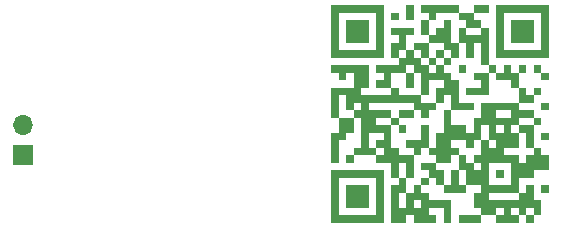
<source format=gbr>
%TF.GenerationSoftware,KiCad,Pcbnew,8.0.1*%
%TF.CreationDate,2024-04-22T11:34:39+02:00*%
%TF.ProjectId,wuerfel,77756572-6665-46c2-9e6b-696361645f70,rev?*%
%TF.SameCoordinates,Original*%
%TF.FileFunction,Soldermask,Bot*%
%TF.FilePolarity,Negative*%
%FSLAX46Y46*%
G04 Gerber Fmt 4.6, Leading zero omitted, Abs format (unit mm)*
G04 Created by KiCad (PCBNEW 8.0.1) date 2024-04-22 11:34:39*
%MOMM*%
%LPD*%
G01*
G04 APERTURE LIST*
%ADD10C,0.000000*%
%ADD11R,1.700000X1.700000*%
%ADD12O,1.700000X1.700000*%
G04 APERTURE END LIST*
D10*
G36*
X232430000Y-53475001D02*
G01*
X231794999Y-53475001D01*
X231160000Y-53475001D01*
X231160000Y-52840001D01*
X231794999Y-52840001D01*
X232430000Y-52840001D01*
X232430000Y-53475001D01*
G37*
G36*
X229890000Y-53475001D02*
G01*
X229254999Y-53475001D01*
X228619999Y-53475001D01*
X227984999Y-53475001D01*
X227984999Y-54110001D01*
X227349999Y-54110001D01*
X227349999Y-53475001D01*
X226714999Y-53475001D01*
X226714999Y-52840001D01*
X227349999Y-52840001D01*
X227984999Y-52840001D01*
X228619999Y-52840001D01*
X229254999Y-52840001D01*
X229890000Y-52840001D01*
X229890000Y-53475001D01*
G37*
G36*
X226079999Y-53475001D02*
G01*
X226079999Y-54110001D01*
X225445000Y-54110001D01*
X225445000Y-53475001D01*
X225445000Y-52840001D01*
X226079999Y-52840001D01*
X226079999Y-53475001D01*
G37*
G36*
X224810000Y-54110001D02*
G01*
X224175000Y-54110001D01*
X224175000Y-53475001D01*
X224810000Y-53475001D01*
X224810000Y-54110001D01*
G37*
G36*
X231160000Y-54110001D02*
G01*
X231794999Y-54110001D01*
X231794999Y-54745001D01*
X231160000Y-54745001D01*
X230524999Y-54745001D01*
X230524999Y-54110001D01*
X229890000Y-54110001D01*
X229890000Y-53475001D01*
X230524999Y-53475001D01*
X231160000Y-53475001D01*
X231160000Y-54110001D01*
G37*
G36*
X227349999Y-54745001D02*
G01*
X227349999Y-55380001D01*
X226714999Y-55380001D01*
X226714999Y-54745001D01*
X226714999Y-54110001D01*
X227349999Y-54110001D01*
X227349999Y-54745001D01*
G37*
G36*
X237509999Y-53475001D02*
G01*
X237509999Y-54110001D01*
X237509999Y-54745001D01*
X237509999Y-55380001D01*
X237509999Y-56015001D01*
X237509999Y-56650001D01*
X237509999Y-57285001D01*
X236874999Y-57285001D01*
X236239999Y-57285001D01*
X235604999Y-57285001D01*
X234969999Y-57285001D01*
X234334999Y-57285001D01*
X233699999Y-57285001D01*
X233064999Y-57285001D01*
X233064999Y-56650001D01*
X233064999Y-56015001D01*
X233064999Y-55380001D01*
X233064999Y-54745001D01*
X233064999Y-54110001D01*
X233064999Y-53475001D01*
X233699999Y-53475001D01*
X233699999Y-54110001D01*
X233699999Y-54745001D01*
X233699999Y-55380001D01*
X233699999Y-56015001D01*
X233699999Y-56650001D01*
X234334999Y-56650001D01*
X234969999Y-56650001D01*
X235604999Y-56650001D01*
X236239999Y-56650001D01*
X236874999Y-56650001D01*
X236874999Y-56015001D01*
X236874999Y-55380001D01*
X236874999Y-54745001D01*
X236874999Y-54110001D01*
X236874999Y-53475001D01*
X236239999Y-53475001D01*
X235604999Y-53475001D01*
X234969999Y-53475001D01*
X234334999Y-53475001D01*
X233699999Y-53475001D01*
X233064999Y-53475001D01*
X233064999Y-52840001D01*
X233699999Y-52840001D01*
X234334999Y-52840001D01*
X234969999Y-52840001D01*
X235604999Y-52840001D01*
X236239999Y-52840001D01*
X236874999Y-52840001D01*
X237509999Y-52840001D01*
X237509999Y-53475001D01*
G37*
G36*
X236239999Y-54745001D02*
G01*
X236239999Y-55380001D01*
X236239999Y-56015001D01*
X235604999Y-56015001D01*
X234969999Y-56015001D01*
X234334999Y-56015001D01*
X234334999Y-55380001D01*
X234334999Y-54745001D01*
X234334999Y-54110001D01*
X234969999Y-54110001D01*
X235604999Y-54110001D01*
X236239999Y-54110001D01*
X236239999Y-54745001D01*
G37*
G36*
X228619999Y-57285001D02*
G01*
X227984999Y-57285001D01*
X227984999Y-56650001D01*
X228619999Y-56650001D01*
X228619999Y-57285001D01*
G37*
G36*
X227349999Y-56650001D02*
G01*
X227349999Y-57285001D01*
X226714999Y-57285001D01*
X226714999Y-56650001D01*
X226079999Y-56650001D01*
X226079999Y-56015001D01*
X226714999Y-56015001D01*
X227349999Y-56015001D01*
X227349999Y-56650001D01*
G37*
G36*
X226079999Y-55380001D02*
G01*
X225445000Y-55380001D01*
X225445000Y-56015001D01*
X225445000Y-56650001D01*
X224810000Y-56650001D01*
X224810000Y-57285001D01*
X224175000Y-57285001D01*
X224175000Y-56650001D01*
X224175000Y-56015001D01*
X224810000Y-56015001D01*
X224810000Y-55380001D01*
X224175000Y-55380001D01*
X224175000Y-54745001D01*
X224810000Y-54745001D01*
X225445000Y-54745001D01*
X226079999Y-54745001D01*
X226079999Y-55380001D01*
G37*
G36*
X223540000Y-53475001D02*
G01*
X223540000Y-54110001D01*
X223540000Y-54745001D01*
X223540000Y-55380001D01*
X223540000Y-56015001D01*
X223540000Y-56650001D01*
X223540000Y-57285001D01*
X222905000Y-57285001D01*
X222270000Y-57285001D01*
X221635000Y-57285001D01*
X221000000Y-57285001D01*
X220365000Y-57285001D01*
X219730000Y-57285001D01*
X219095000Y-57285001D01*
X219095000Y-56650001D01*
X219095000Y-56015001D01*
X219095000Y-55380001D01*
X219095000Y-54745001D01*
X219095000Y-54110001D01*
X219095000Y-53475001D01*
X219730000Y-53475001D01*
X219730000Y-54110001D01*
X219730000Y-54745001D01*
X219730000Y-55380001D01*
X219730000Y-56015001D01*
X219730000Y-56650001D01*
X220365000Y-56650001D01*
X221000000Y-56650001D01*
X221635000Y-56650001D01*
X222270000Y-56650001D01*
X222905000Y-56650001D01*
X222905000Y-56015001D01*
X222905000Y-55380001D01*
X222905000Y-54745001D01*
X222905000Y-54110001D01*
X222905000Y-53475001D01*
X222270000Y-53475001D01*
X221635000Y-53475001D01*
X221000000Y-53475001D01*
X220365000Y-53475001D01*
X219730000Y-53475001D01*
X219095000Y-53475001D01*
X219095000Y-52840001D01*
X219730000Y-52840001D01*
X220365000Y-52840001D01*
X221000000Y-52840001D01*
X221635000Y-52840001D01*
X222270000Y-52840001D01*
X222905000Y-52840001D01*
X223540000Y-52840001D01*
X223540000Y-53475001D01*
G37*
G36*
X222270000Y-54745001D02*
G01*
X222270000Y-55380001D01*
X222270000Y-56015001D01*
X221635000Y-56015001D01*
X221000000Y-56015001D01*
X220365000Y-56015001D01*
X220365000Y-55380001D01*
X220365000Y-54745001D01*
X220365000Y-54110001D01*
X221000000Y-54110001D01*
X221635000Y-54110001D01*
X222270000Y-54110001D01*
X222270000Y-54745001D01*
G37*
G36*
X229254999Y-54745001D02*
G01*
X229254999Y-55380001D01*
X229254999Y-56015001D01*
X229890000Y-56015001D01*
X229890000Y-55380001D01*
X229890000Y-54745001D01*
X230524999Y-54745001D01*
X230524999Y-55380001D01*
X231794999Y-55380001D01*
X231794999Y-54745001D01*
X232430000Y-54745001D01*
X232430000Y-55380001D01*
X232430000Y-56015001D01*
X232430000Y-56650001D01*
X232430000Y-57285001D01*
X232430000Y-57920001D01*
X231794999Y-57920001D01*
X231794999Y-57285001D01*
X231794999Y-56650001D01*
X231794999Y-56015001D01*
X231160000Y-56015001D01*
X231160000Y-56650001D01*
X231160000Y-57285001D01*
X230524999Y-57285001D01*
X230524999Y-56650001D01*
X230524999Y-56015001D01*
X229890000Y-56015001D01*
X229890000Y-56650001D01*
X229890000Y-57285001D01*
X229254999Y-57285001D01*
X229254999Y-56650001D01*
X228619999Y-56650001D01*
X228619999Y-56015001D01*
X227984999Y-56015001D01*
X227349999Y-56015001D01*
X227349999Y-55380001D01*
X227984999Y-55380001D01*
X227984999Y-54745001D01*
X228619999Y-54745001D01*
X228619999Y-54110001D01*
X229254999Y-54110001D01*
X229254999Y-54745001D01*
G37*
G36*
X229254999Y-57920001D02*
G01*
X228619999Y-57920001D01*
X228619999Y-57285001D01*
X229254999Y-57285001D01*
X229254999Y-57920001D01*
G37*
G36*
X227984999Y-57920001D02*
G01*
X227349999Y-57920001D01*
X227349999Y-57285001D01*
X227984999Y-57285001D01*
X227984999Y-57920001D01*
G37*
G36*
X236874999Y-58555001D02*
G01*
X236239999Y-58555001D01*
X236239999Y-57920001D01*
X236874999Y-57920001D01*
X236874999Y-58555001D01*
G37*
G36*
X235604999Y-58555001D02*
G01*
X234969999Y-58555001D01*
X234969999Y-57920001D01*
X235604999Y-57920001D01*
X235604999Y-58555001D01*
G37*
G36*
X233064999Y-58555001D02*
G01*
X232430000Y-58555001D01*
X232430000Y-57920001D01*
X233064999Y-57920001D01*
X233064999Y-58555001D01*
G37*
G36*
X230524999Y-58555001D02*
G01*
X229890000Y-58555001D01*
X229890000Y-57920001D01*
X230524999Y-57920001D01*
X230524999Y-58555001D01*
G37*
G36*
X237509999Y-59190001D02*
G01*
X236874999Y-59190001D01*
X236874999Y-58555001D01*
X237509999Y-58555001D01*
X237509999Y-59190001D01*
G37*
G36*
X234334999Y-58555001D02*
G01*
X234969999Y-58555001D01*
X234969999Y-59190001D01*
X234969999Y-59825000D01*
X234334999Y-59825000D01*
X234334999Y-59190001D01*
X233699999Y-59190001D01*
X233064999Y-59190001D01*
X233064999Y-58555001D01*
X233699999Y-58555001D01*
X233699999Y-57920001D01*
X234334999Y-57920001D01*
X234334999Y-58555001D01*
G37*
G36*
X226079999Y-59190001D02*
G01*
X226079999Y-59825000D01*
X225445000Y-59825000D01*
X225445000Y-59190001D01*
X225445000Y-58555001D01*
X226079999Y-58555001D01*
X226079999Y-59190001D01*
G37*
G36*
X236874999Y-60460000D02*
G01*
X236239999Y-60460000D01*
X236239999Y-59825000D01*
X236874999Y-59825000D01*
X236874999Y-60460000D01*
G37*
G36*
X232430000Y-59190001D02*
G01*
X232430000Y-59825000D01*
X232430000Y-60460000D01*
X231794999Y-60460000D01*
X231160000Y-60460000D01*
X230524999Y-60460000D01*
X230524999Y-59825000D01*
X231160000Y-59825000D01*
X231794999Y-59825000D01*
X231794999Y-59190001D01*
X231160000Y-59190001D01*
X231160000Y-58555001D01*
X231794999Y-58555001D01*
X232430000Y-58555001D01*
X232430000Y-59190001D01*
G37*
G36*
X235604999Y-60460000D02*
G01*
X236239999Y-60460000D01*
X236239999Y-61095000D01*
X235604999Y-61095000D01*
X234969999Y-61095000D01*
X234969999Y-60460000D01*
X234969999Y-59825000D01*
X235604999Y-59825000D01*
X235604999Y-60460000D01*
G37*
G36*
X237509999Y-61730000D02*
G01*
X236874999Y-61730000D01*
X236874999Y-61095000D01*
X237509999Y-61095000D01*
X237509999Y-61730000D01*
G37*
G36*
X226079999Y-57285001D02*
G01*
X226714999Y-57285001D01*
X226714999Y-57920001D01*
X227349999Y-57920001D01*
X227349999Y-58555001D01*
X227984999Y-58555001D01*
X227984999Y-57920001D01*
X228619999Y-57920001D01*
X228619999Y-58555001D01*
X229254999Y-58555001D01*
X229254999Y-59190001D01*
X229890000Y-59190001D01*
X229890000Y-59825000D01*
X229890000Y-60460000D01*
X229890000Y-61095000D01*
X230524999Y-61095000D01*
X231160000Y-61095000D01*
X231160000Y-61730000D01*
X230524999Y-61730000D01*
X229890000Y-61730000D01*
X229254999Y-61730000D01*
X229254999Y-61095000D01*
X229254999Y-60460000D01*
X228619999Y-60460000D01*
X228619999Y-61095000D01*
X227984999Y-61095000D01*
X227984999Y-60460000D01*
X227984999Y-59825000D01*
X228619999Y-59825000D01*
X228619999Y-59190001D01*
X227984999Y-59190001D01*
X227349999Y-59190001D01*
X227349999Y-59825000D01*
X227349999Y-60460000D01*
X226714999Y-60460000D01*
X226714999Y-59825000D01*
X226714999Y-59190001D01*
X226714999Y-58555001D01*
X226079999Y-58555001D01*
X226079999Y-57920001D01*
X225445000Y-57920001D01*
X225445000Y-58555001D01*
X224810000Y-58555001D01*
X224175000Y-58555001D01*
X224175000Y-59190001D01*
X224175000Y-59825000D01*
X223540000Y-59825000D01*
X222905000Y-59825000D01*
X222905000Y-59190001D01*
X223540000Y-59190001D01*
X223540000Y-58555001D01*
X222905000Y-58555001D01*
X222905000Y-57920001D01*
X223540000Y-57920001D01*
X224175000Y-57920001D01*
X224810000Y-57920001D01*
X224810000Y-57285001D01*
X225445000Y-57285001D01*
X225445000Y-56650001D01*
X226079999Y-56650001D01*
X226079999Y-57285001D01*
G37*
G36*
X226079999Y-62365000D02*
G01*
X225445000Y-62365000D01*
X224810000Y-62365000D01*
X224810000Y-61730000D01*
X225445000Y-61730000D01*
X226079999Y-61730000D01*
X226079999Y-62365000D01*
G37*
G36*
X236874999Y-63000000D02*
G01*
X236239999Y-63000000D01*
X236239999Y-62365000D01*
X236874999Y-62365000D01*
X236874999Y-63000000D01*
G37*
G36*
X224810000Y-63000000D02*
G01*
X224175000Y-63000000D01*
X224175000Y-62365000D01*
X224810000Y-62365000D01*
X224810000Y-63000000D01*
G37*
G36*
X225445000Y-63635001D02*
G01*
X224810000Y-63635001D01*
X224810000Y-63000000D01*
X225445000Y-63000000D01*
X225445000Y-63635001D01*
G37*
G36*
X237509999Y-64270000D02*
G01*
X236874999Y-64270000D01*
X236874999Y-63635001D01*
X237509999Y-63635001D01*
X237509999Y-64270000D01*
G37*
G36*
X227349999Y-63635001D02*
G01*
X227349999Y-64270000D01*
X227349999Y-64905001D01*
X226714999Y-64905001D01*
X226714999Y-65540000D01*
X226079999Y-65540000D01*
X226079999Y-64905001D01*
X225445000Y-64905001D01*
X225445000Y-64270000D01*
X226079999Y-64270000D01*
X226714999Y-64270000D01*
X226714999Y-63635001D01*
X226714999Y-63000000D01*
X227349999Y-63000000D01*
X227349999Y-63635001D01*
G37*
G36*
X221000000Y-66175001D02*
G01*
X220365000Y-66175001D01*
X220365000Y-65540000D01*
X221000000Y-65540000D01*
X221000000Y-66175001D01*
G37*
G36*
X221000000Y-63000000D02*
G01*
X221000000Y-63635001D01*
X220365000Y-63635001D01*
X220365000Y-64270000D01*
X219730000Y-64270000D01*
X219730000Y-64905001D01*
X219730000Y-65540000D01*
X219730000Y-66175001D01*
X219095000Y-66175001D01*
X219095000Y-65540000D01*
X219095000Y-64905001D01*
X219095000Y-64270000D01*
X219095000Y-63635001D01*
X219730000Y-63635001D01*
X219730000Y-63000000D01*
X219730000Y-62365000D01*
X220365000Y-62365000D01*
X221000000Y-62365000D01*
X221000000Y-63000000D01*
G37*
G36*
X222270000Y-58555001D02*
G01*
X222270000Y-59190001D01*
X222270000Y-59825000D01*
X221635000Y-59825000D01*
X221635000Y-60460000D01*
X222270000Y-60460000D01*
X222905000Y-60460000D01*
X223540000Y-60460000D01*
X224175000Y-60460000D01*
X224175000Y-59825000D01*
X224810000Y-59825000D01*
X224810000Y-60460000D01*
X225445000Y-60460000D01*
X226079999Y-60460000D01*
X226714999Y-60460000D01*
X226714999Y-61095000D01*
X227349999Y-61095000D01*
X227984999Y-61095000D01*
X227984999Y-61730000D01*
X227349999Y-61730000D01*
X227349999Y-62365000D01*
X226714999Y-62365000D01*
X226714999Y-61730000D01*
X226079999Y-61730000D01*
X226079999Y-61095000D01*
X225445000Y-61095000D01*
X224810000Y-61095000D01*
X224175000Y-61095000D01*
X223540000Y-61095000D01*
X222905000Y-61095000D01*
X222270000Y-61095000D01*
X222270000Y-61730000D01*
X222905000Y-61730000D01*
X223540000Y-61730000D01*
X224175000Y-61730000D01*
X224175000Y-62365000D01*
X223540000Y-62365000D01*
X222905000Y-62365000D01*
X222905000Y-63000000D01*
X223540000Y-63000000D01*
X224175000Y-63000000D01*
X224175000Y-63635001D01*
X224175000Y-64270000D01*
X224175000Y-64905001D01*
X224810000Y-64905001D01*
X224810000Y-65540000D01*
X225445000Y-65540000D01*
X226079999Y-65540000D01*
X226079999Y-66175001D01*
X226079999Y-66810000D01*
X226079999Y-67445000D01*
X225445000Y-67445000D01*
X225445000Y-66810000D01*
X225445000Y-66175001D01*
X224810000Y-66175001D01*
X224810000Y-66810000D01*
X224810000Y-67445000D01*
X224175000Y-67445000D01*
X224175000Y-66810000D01*
X224175000Y-66175001D01*
X223540000Y-66175001D01*
X222905000Y-66175001D01*
X222905000Y-65540000D01*
X222270000Y-65540000D01*
X221635000Y-65540000D01*
X221000000Y-65540000D01*
X221000000Y-64905001D01*
X221635000Y-64905001D01*
X221635000Y-64270000D01*
X221635000Y-63635001D01*
X222270000Y-63635001D01*
X222270000Y-64270000D01*
X222270000Y-64905001D01*
X222905000Y-64905001D01*
X222905000Y-65540000D01*
X223540000Y-65540000D01*
X223540000Y-64905001D01*
X222905000Y-64905001D01*
X222905000Y-64270000D01*
X223540000Y-64270000D01*
X223540000Y-63635001D01*
X222905000Y-63635001D01*
X222270000Y-63635001D01*
X221635000Y-63635001D01*
X221635000Y-63000000D01*
X221635000Y-62365000D01*
X221000000Y-62365000D01*
X221000000Y-61730000D01*
X220365000Y-61730000D01*
X220365000Y-61095000D01*
X221000000Y-61095000D01*
X221000000Y-61730000D01*
X221635000Y-61730000D01*
X221635000Y-61095000D01*
X221000000Y-61095000D01*
X220365000Y-61095000D01*
X220365000Y-60460000D01*
X219730000Y-60460000D01*
X219730000Y-61095000D01*
X219730000Y-61730000D01*
X219730000Y-62365000D01*
X219095000Y-62365000D01*
X219095000Y-61730000D01*
X219095000Y-61095000D01*
X219095000Y-60460000D01*
X219095000Y-59825000D01*
X219730000Y-59825000D01*
X220365000Y-59825000D01*
X221000000Y-59825000D01*
X221000000Y-59190001D01*
X221000000Y-58555001D01*
X220365000Y-58555001D01*
X220365000Y-59190001D01*
X219730000Y-59190001D01*
X219730000Y-58555001D01*
X219095000Y-58555001D01*
X219095000Y-57920001D01*
X219730000Y-57920001D01*
X220365000Y-57920001D01*
X221000000Y-57920001D01*
X221635000Y-57920001D01*
X222270000Y-57920001D01*
X222270000Y-58555001D01*
G37*
G36*
X227984999Y-66810000D02*
G01*
X228619999Y-66810000D01*
X228619999Y-67445000D01*
X228619999Y-68080000D01*
X227984999Y-68080000D01*
X227984999Y-67445000D01*
X227349999Y-67445000D01*
X227349999Y-66810000D01*
X226714999Y-66810000D01*
X226714999Y-66175001D01*
X227349999Y-66175001D01*
X227984999Y-66175001D01*
X227984999Y-66810000D01*
G37*
G36*
X227349999Y-68080000D02*
G01*
X226714999Y-68080000D01*
X226714999Y-67445000D01*
X227349999Y-67445000D01*
X227349999Y-68080000D01*
G37*
G36*
X237509999Y-68715000D02*
G01*
X236874999Y-68715000D01*
X236874999Y-68080000D01*
X237509999Y-68080000D01*
X237509999Y-68715000D01*
G37*
G36*
X236239999Y-71255000D02*
G01*
X235604999Y-71255000D01*
X235604999Y-70620000D01*
X236239999Y-70620000D01*
X236239999Y-71255000D01*
G37*
G36*
X234969999Y-61730000D02*
G01*
X235604999Y-61730000D01*
X236239999Y-61730000D01*
X236239999Y-62365000D01*
X235604999Y-62365000D01*
X234969999Y-62365000D01*
X234969999Y-63000000D01*
X234334999Y-63000000D01*
X234334999Y-63635001D01*
X234969999Y-63635001D01*
X234969999Y-63000000D01*
X235604999Y-63000000D01*
X236239999Y-63000000D01*
X236239999Y-63635001D01*
X236239999Y-64270000D01*
X236239999Y-64905001D01*
X235604999Y-64905001D01*
X235604999Y-64270000D01*
X235604999Y-63635001D01*
X234969999Y-63635001D01*
X234969999Y-64270000D01*
X234969999Y-64905001D01*
X234334999Y-64905001D01*
X233699999Y-64905001D01*
X233699999Y-65540000D01*
X234334999Y-65540000D01*
X234969999Y-65540000D01*
X234969999Y-66175001D01*
X235604999Y-66175001D01*
X235604999Y-65540000D01*
X236239999Y-65540000D01*
X236239999Y-64905001D01*
X236874999Y-64905001D01*
X236874999Y-65540000D01*
X237509999Y-65540000D01*
X237509999Y-66175001D01*
X237509999Y-66810000D01*
X236874999Y-66810000D01*
X236239999Y-66810000D01*
X236239999Y-67445000D01*
X235604999Y-67445000D01*
X234969999Y-67445000D01*
X234969999Y-68080000D01*
X234969999Y-68715000D01*
X235604999Y-68715000D01*
X235604999Y-68080000D01*
X236239999Y-68080000D01*
X236239999Y-68715000D01*
X236239999Y-69350000D01*
X236874999Y-69350000D01*
X236874999Y-69985000D01*
X236874999Y-70620000D01*
X236239999Y-70620000D01*
X236239999Y-69985000D01*
X235604999Y-69985000D01*
X235604999Y-70620000D01*
X234969999Y-70620000D01*
X234969999Y-71255000D01*
X234334999Y-71255000D01*
X233699999Y-71255000D01*
X233064999Y-71255000D01*
X233064999Y-70620000D01*
X232430000Y-70620000D01*
X231794999Y-70620000D01*
X231794999Y-69985000D01*
X233064999Y-69985000D01*
X233064999Y-70620000D01*
X233699999Y-70620000D01*
X233699999Y-69985000D01*
X234334999Y-69985000D01*
X234334999Y-70620000D01*
X234969999Y-70620000D01*
X234969999Y-69985000D01*
X234334999Y-69985000D01*
X233699999Y-69985000D01*
X233064999Y-69985000D01*
X231794999Y-69985000D01*
X231160000Y-69985000D01*
X231160000Y-69350000D01*
X231160000Y-68715000D01*
X231794999Y-68715000D01*
X232430000Y-68715000D01*
X232430000Y-69350000D01*
X233064999Y-69350000D01*
X233699999Y-69350000D01*
X234334999Y-69350000D01*
X234969999Y-69350000D01*
X234969999Y-68715000D01*
X234334999Y-68715000D01*
X233699999Y-68715000D01*
X233064999Y-68715000D01*
X232430000Y-68715000D01*
X231794999Y-68715000D01*
X231794999Y-68080000D01*
X231160000Y-68080000D01*
X230524999Y-68080000D01*
X230524999Y-68715000D01*
X229890000Y-68715000D01*
X229254999Y-68715000D01*
X228619999Y-68715000D01*
X228619999Y-68080000D01*
X229254999Y-68080000D01*
X229254999Y-67445000D01*
X229254999Y-66810000D01*
X229890000Y-66810000D01*
X229890000Y-67445000D01*
X229890000Y-68080000D01*
X230524999Y-68080000D01*
X230524999Y-67445000D01*
X230524999Y-66810000D01*
X229890000Y-66810000D01*
X229890000Y-66175001D01*
X229890000Y-65540000D01*
X230524999Y-65540000D01*
X230524999Y-66175001D01*
X231160000Y-66175001D01*
X231160000Y-66810000D01*
X231794999Y-66810000D01*
X231794999Y-66175001D01*
X232430000Y-66175001D01*
X232430000Y-66810000D01*
X232430000Y-67445000D01*
X232430000Y-68080000D01*
X233064999Y-68080000D01*
X233699999Y-68080000D01*
X234334999Y-68080000D01*
X234334999Y-67445000D01*
X234334999Y-66810000D01*
X234334999Y-66175001D01*
X233699999Y-66175001D01*
X233064999Y-66175001D01*
X232430000Y-66175001D01*
X231794999Y-66175001D01*
X231160000Y-66175001D01*
X231160000Y-65540000D01*
X231794999Y-65540000D01*
X231794999Y-64905001D01*
X231794999Y-64270000D01*
X232430000Y-64270000D01*
X232430000Y-64905001D01*
X233064999Y-64905001D01*
X233064999Y-64270000D01*
X232430000Y-64270000D01*
X232430000Y-63635001D01*
X232430000Y-63000000D01*
X233064999Y-63000000D01*
X233064999Y-63635001D01*
X233699999Y-63635001D01*
X233699999Y-63000000D01*
X233064999Y-63000000D01*
X232430000Y-63000000D01*
X231794999Y-63000000D01*
X231794999Y-63635001D01*
X231794999Y-64270000D01*
X231160000Y-64270000D01*
X231160000Y-64905001D01*
X230524999Y-64905001D01*
X230524999Y-64270000D01*
X229890000Y-64270000D01*
X229254999Y-64270000D01*
X229254999Y-64905001D01*
X229890000Y-64905001D01*
X229890000Y-65540000D01*
X229254999Y-65540000D01*
X229254999Y-66175001D01*
X228619999Y-66175001D01*
X227984999Y-66175001D01*
X227984999Y-65540000D01*
X227349999Y-65540000D01*
X227349999Y-64905001D01*
X227984999Y-64905001D01*
X227984999Y-64270000D01*
X227984999Y-63635001D01*
X228619999Y-63635001D01*
X228619999Y-63000000D01*
X228619999Y-62365000D01*
X228619999Y-61730000D01*
X229254999Y-61730000D01*
X229254999Y-62365000D01*
X229254999Y-63000000D01*
X229890000Y-63000000D01*
X230524999Y-63000000D01*
X230524999Y-63635001D01*
X231160000Y-63635001D01*
X231160000Y-63000000D01*
X231160000Y-62365000D01*
X231794999Y-62365000D01*
X231794999Y-61730000D01*
X233064999Y-61730000D01*
X233064999Y-62365000D01*
X233699999Y-62365000D01*
X234334999Y-62365000D01*
X234334999Y-61730000D01*
X233699999Y-61730000D01*
X233064999Y-61730000D01*
X231794999Y-61730000D01*
X231794999Y-61095000D01*
X232430000Y-61095000D01*
X233064999Y-61095000D01*
X233699999Y-61095000D01*
X234334999Y-61095000D01*
X234969999Y-61095000D01*
X234969999Y-61730000D01*
G37*
G36*
X233699999Y-67445000D02*
G01*
X233064999Y-67445000D01*
X233064999Y-66810000D01*
X233699999Y-66810000D01*
X233699999Y-67445000D01*
G37*
G36*
X231794999Y-71255000D02*
G01*
X231160000Y-71255000D01*
X230524999Y-71255000D01*
X229890000Y-71255000D01*
X229890000Y-70620000D01*
X230524999Y-70620000D01*
X231160000Y-70620000D01*
X231794999Y-70620000D01*
X231794999Y-71255000D01*
G37*
G36*
X225445000Y-68080000D02*
G01*
X225445000Y-68715000D01*
X226079999Y-68715000D01*
X226079999Y-68080000D01*
X226714999Y-68080000D01*
X226714999Y-68715000D01*
X227349999Y-68715000D01*
X227349999Y-69350000D01*
X227984999Y-69350000D01*
X228619999Y-69350000D01*
X229254999Y-69350000D01*
X229254999Y-69985000D01*
X229254999Y-70620000D01*
X229254999Y-71255000D01*
X228619999Y-71255000D01*
X228619999Y-70620000D01*
X228619999Y-69985000D01*
X227984999Y-69985000D01*
X227349999Y-69985000D01*
X227349999Y-70620000D01*
X227984999Y-70620000D01*
X227984999Y-71255000D01*
X227349999Y-71255000D01*
X226714999Y-71255000D01*
X226079999Y-71255000D01*
X226079999Y-70620000D01*
X225445000Y-70620000D01*
X225445000Y-71255000D01*
X224810000Y-71255000D01*
X224175000Y-71255000D01*
X224175000Y-70620000D01*
X224175000Y-69985000D01*
X224175000Y-69350000D01*
X224175000Y-68715000D01*
X224810000Y-68715000D01*
X224810000Y-69350000D01*
X224810000Y-69985000D01*
X225445000Y-69985000D01*
X225445000Y-69350000D01*
X226079999Y-69350000D01*
X226079999Y-69985000D01*
X226714999Y-69985000D01*
X226714999Y-69350000D01*
X226079999Y-69350000D01*
X225445000Y-69350000D01*
X225445000Y-68715000D01*
X224810000Y-68715000D01*
X224175000Y-68715000D01*
X224175000Y-68080000D01*
X224810000Y-68080000D01*
X224810000Y-67445000D01*
X225445000Y-67445000D01*
X225445000Y-68080000D01*
G37*
G36*
X223540000Y-67445000D02*
G01*
X223540000Y-68080000D01*
X223540000Y-68715000D01*
X223540000Y-69350000D01*
X223540000Y-69985000D01*
X223540000Y-70620000D01*
X223540000Y-71255000D01*
X222905000Y-71255000D01*
X222270000Y-71255000D01*
X221635000Y-71255000D01*
X221000000Y-71255000D01*
X220365000Y-71255000D01*
X219730000Y-71255000D01*
X219095000Y-71255000D01*
X219095000Y-70620000D01*
X219095000Y-69985000D01*
X219095000Y-69350000D01*
X219095000Y-68715000D01*
X219095000Y-68080000D01*
X219095000Y-67445000D01*
X219730000Y-67445000D01*
X219730000Y-68080000D01*
X219730000Y-68715000D01*
X219730000Y-69350000D01*
X219730000Y-69985000D01*
X219730000Y-70620000D01*
X220365000Y-70620000D01*
X221000000Y-70620000D01*
X221635000Y-70620000D01*
X222270000Y-70620000D01*
X222905000Y-70620000D01*
X222905000Y-69985000D01*
X222905000Y-69350000D01*
X222905000Y-68715000D01*
X222905000Y-68080000D01*
X222905000Y-67445000D01*
X222270000Y-67445000D01*
X221635000Y-67445000D01*
X221000000Y-67445000D01*
X220365000Y-67445000D01*
X219730000Y-67445000D01*
X219095000Y-67445000D01*
X219095000Y-66810000D01*
X219730000Y-66810000D01*
X220365000Y-66810000D01*
X221000000Y-66810000D01*
X221635000Y-66810000D01*
X222270000Y-66810000D01*
X222905000Y-66810000D01*
X223540000Y-66810000D01*
X223540000Y-67445000D01*
G37*
G36*
X222270000Y-68715000D02*
G01*
X222270000Y-69350000D01*
X222270000Y-69985000D01*
X221635000Y-69985000D01*
X221000000Y-69985000D01*
X220365000Y-69985000D01*
X220365000Y-69350000D01*
X220365000Y-68715000D01*
X220365000Y-68080000D01*
X221000000Y-68080000D01*
X221635000Y-68080000D01*
X222270000Y-68080000D01*
X222270000Y-68715000D01*
G37*
D11*
%TO.C,J1*%
X193040000Y-65532000D03*
D12*
X193040000Y-62992000D03*
%TD*%
M02*

</source>
